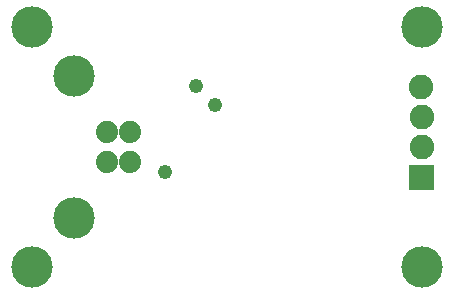
<source format=gbs>
G75*
G70*
%OFA0B0*%
%FSLAX24Y24*%
%IPPOS*%
%LPD*%
%AMOC8*
5,1,8,0,0,1.08239X$1,22.5*
%
%ADD10C,0.1380*%
%ADD11C,0.0740*%
%ADD12R,0.0820X0.0820*%
%ADD13C,0.0820*%
%ADD14C,0.0480*%
D10*
X002572Y001232D03*
X004002Y002862D03*
X004002Y007602D03*
X002572Y009232D03*
X015572Y009232D03*
X015572Y001232D03*
D11*
X005852Y004740D03*
X005072Y004740D03*
X005072Y005724D03*
X005852Y005724D03*
D12*
G36*
X015162Y004641D02*
X015981Y004642D01*
X015982Y003823D01*
X015163Y003822D01*
X015162Y004641D01*
G37*
D13*
X015571Y005232D03*
X015569Y006232D03*
X015567Y007232D03*
D14*
X008692Y006632D03*
X008052Y007272D03*
X007012Y004392D03*
M02*

</source>
